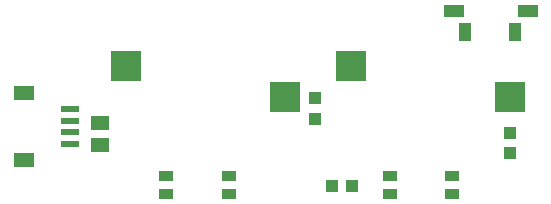
<source format=gbr>
G04 EAGLE Gerber RS-274X export*
G75*
%MOMM*%
%FSLAX34Y34*%
%LPD*%
%INSolderpaste Top*%
%IPPOS*%
%AMOC8*
5,1,8,0,0,1.08239X$1,22.5*%
G01*
%ADD10R,2.550000X2.500000*%
%ADD11R,1.200000X0.900000*%
%ADD12R,1.075000X1.000000*%
%ADD13R,1.000000X1.075000*%
%ADD14R,1.100000X1.500000*%
%ADD15R,1.750000X1.000000*%
%ADD16R,1.550000X0.600000*%
%ADD17R,1.800000X1.200000*%
%ADD18R,1.500000X1.240000*%


D10*
X288350Y165100D03*
X422850Y139300D03*
D11*
X132250Y57270D03*
X132250Y72270D03*
X185250Y57270D03*
X185250Y72270D03*
D12*
X289170Y63500D03*
X272170Y63500D03*
D10*
X97850Y165100D03*
X232350Y139300D03*
D11*
X321480Y57270D03*
X321480Y72270D03*
X374480Y57270D03*
X374480Y72270D03*
D13*
X422910Y108830D03*
X422910Y91830D03*
X257810Y138040D03*
X257810Y121040D03*
D14*
X427400Y194200D03*
X385400Y194200D03*
D15*
X438150Y212200D03*
X375650Y212200D03*
D16*
X50540Y119300D03*
X50540Y109300D03*
X50540Y129300D03*
X50540Y99300D03*
D17*
X11540Y142300D03*
X11540Y86300D03*
D18*
X76200Y117450D03*
X76200Y98450D03*
M02*

</source>
